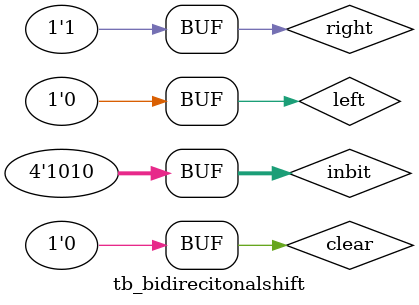
<source format=v>
`timescale 1ns / 1ps


module tb_bidirecitonalshift;

	// Inputs
	reg left;
	reg right;
	reg clear;
	reg [3:0] inbit;

	// Outputs
	wire [3:0] outbit;

	// Instantiate the Unit Under Test (UUT)
	BidirectionalShift uut (
		.left(left), 
		.right(right), 
		.clear(clear), 
		.inbit(inbit), 
		.outbit(outbit)
	);

	initial begin
		// Initialize Inputs
		left = 0;
		right = 0;
		clear = 0;
		inbit = 0;

		// Wait 100 ns for global reset to finish
		#100;
        inbit=5;
		  left=1;
		  right=0;
		#100;
			clear=1;
		#100;
			clear=0;
			inbit=10;
			right=1;
			left=0;
			
		// Add stimulus here

	end
      
endmodule


</source>
